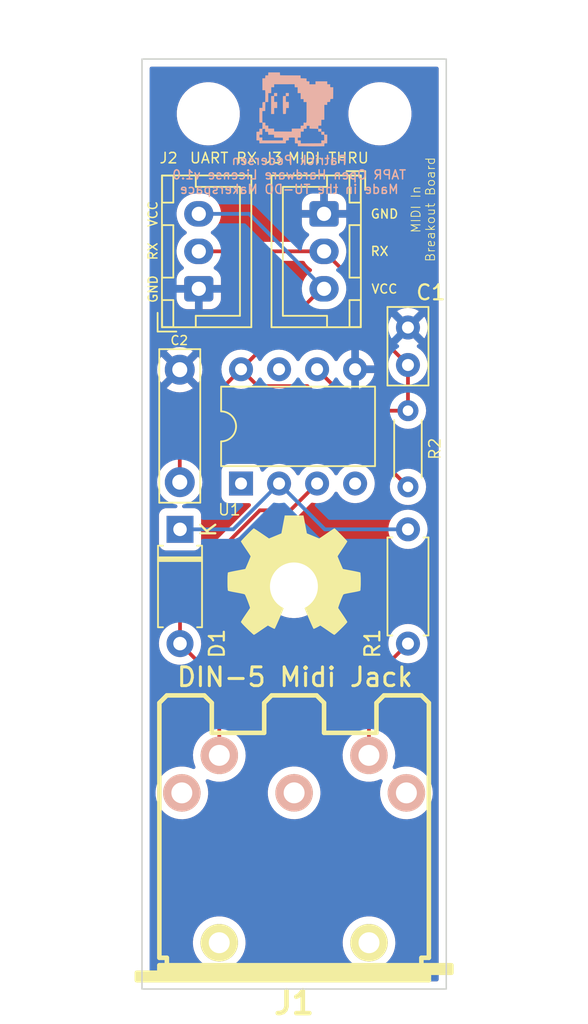
<source format=kicad_pcb>
(kicad_pcb (version 20211014) (generator pcbnew)
  (layers (0 "F.Cu" signal) (31 "B.Cu" signal) (34 "B.Paste" user) (35 "F.Paste" user) (36 "B.SilkS" user "B.Silkscreen") (37 "F.SilkS" user "F.Silkscreen") (38 "B.Mask" user) (39 "F.Mask" user) (44 "Edge.Cuts" user))
  (net 0 "")
  (net 1 "/THRU")
  (net 2 "GND")
  (net 3 "/VCC")
  (net 4 "Net-(D1-Pad1)")
  (net 5 "Net-(D1-Pad2)")
  (net 7 "Net-(J1-Pad4)")
  (footprint "Resistor_THT:R_Axial_DIN0204_L3.6mm_D1.6mm_P5.08mm_Horizontal" (layer "F.Cu") (at 109.203 93.432 -90)
    (fp_text reference "R2" (at 2.54 -1.795 90) (layer "F.SilkS") (effects (font (size 0.75 0.75) (thickness 0.1))))
    (fp_text value "10k")
    (fp_line (start 0.62 0.92) (end 4.46 0.92) (layer "F.SilkS") (width 0.12))
    (fp_line (start 0.62 -0.92) (end 4.46 -0.92) (layer "F.SilkS") (width 0.12))
    (pad "1" thru_hole circle (at 0 0 270) (size 1.4 1.4) (drill 0.7) (layers *.Cu *.Mask) (net 1 "/THRU"))
    (pad "2" thru_hole oval (at 5.08 0 270) (size 1.4 1.4) (drill 0.7) (layers *.Cu *.Mask) (net 3 "/VCC"))
  )
  (footprint "MountingHole:MountingHole_3.2mm_M3" (layer "F.Cu") (at 95.869 73.629549)
    (fp_text reference "REF**" hide)
    (fp_text value "MountingHole_3.2mm_M3")
    (pad "" np_thru_hole circle (at 0 0) (size 3.2 3.2) (drill 3.2) (layers *.Cu *.Mask))
  )
  (footprint "Package_DIP:DIP-8_W7.62mm" (layer "F.Cu") (at 98.054 98.289 90)
    (fp_text reference "U1" (at -1.748 -0.779) (layer "F.SilkS") (effects (font (size 0.75 0.75) (thickness 0.1))))
    (fp_text value "6N137")
    (fp_line (start 1.16 8.95) (end 6.46 8.95) (layer "F.SilkS") (width 0.12))
    (fp_line (start 6.46 -1.33) (end 4.81 -1.33) (layer "F.SilkS") (width 0.12))
    (fp_line (start 6.46 8.95) (end 6.46 -1.33) (layer "F.SilkS") (width 0.12))
    (fp_line (start 1.16 -1.33) (end 1.16 8.95) (layer "F.SilkS") (width 0.12))
    (fp_line (start 2.81 -1.33) (end 1.16 -1.33) (layer "F.SilkS") (width 0.12))
    (fp_arc (start 4.81 -1.33) (mid 3.81 -0.33) (end 2.81 -1.33) (layer "F.SilkS") (width 0.12))
    (pad "1" thru_hole rect (at 0 0 90) (size 1.6 1.6) (drill 0.8) (layers *.Cu *.Mask))
    (pad "2" thru_hole oval (at 0 2.54 90) (size 1.6 1.6) (drill 0.8) (layers *.Cu *.Mask) (net 4 "Net-(D1-Pad1)"))
    (pad "3" thru_hole oval (at 0 5.08 90) (size 1.6 1.6) (drill 0.8) (layers *.Cu *.Mask) (net 5 "Net-(D1-Pad2)"))
    (pad "4" thru_hole oval (at 0 7.62 90) (size 1.6 1.6) (drill 0.8) (layers *.Cu *.Mask))
    (pad "5" thru_hole oval (at 7.62 7.62 90) (size 1.6 1.6) (drill 0.8) (layers *.Cu *.Mask) (net 2 "GND"))
    (pad "6" thru_hole oval (at 7.62 5.08 90) (size 1.6 1.6) (drill 0.8) (layers *.Cu *.Mask) (net 1 "/THRU"))
    (pad "7" thru_hole oval (at 7.62 2.54 90) (size 1.6 1.6) (drill 0.8) (layers *.Cu *.Mask))
    (pad "8" thru_hole oval (at 7.62 0 90) (size 1.6 1.6) (drill 0.8) (layers *.Cu *.Mask) (net 3 "/VCC"))
  )
  (footprint "Connector_JST:JST_XH_B3B-XH-A_1x03_P2.50mm_Vertical" (layer "F.Cu") (at 103.5982 80.304 -90)
    (fp_text reference "J3" (at -3.723 3.3952 180) (layer "F.SilkS") (effects (font (size 0.7 0.7) (thickness 0.1))))
    (fp_text value "MIDI THRU" (at -3.723 -0.2878) (layer "F.SilkS") (effects (font (size 0.7 0.7) (thickness 0.1))))
    (fp_text user "UART RX" (at -3.723 6.723534) (layer "F.SilkS") (effects (font (size 0.7 0.7) (thickness 0.1))))
    (fp_line (start -2.56 3.51) (end 7.56 3.51) (layer "F.SilkS") (width 0.12))
    (fp_line (start 0.75 -2.45) (end 0.75 -1.7) (layer "F.SilkS") (width 0.12))
    (fp_line (start 4.25 -2.45) (end 0.75 -2.45) (layer "F.SilkS") (width 0.12))
    (fp_line (start -2.55 -1.7) (end -0.75 -1.7) (layer "F.SilkS") (width 0.12))
    (fp_line (start 7.56 3.51) (end 7.56 -2.46) (layer "F.SilkS") (width 0.12))
    (fp_line (start -2.56 -2.46) (end -2.56 3.51) (layer "F.SilkS") (width 0.12))
    (fp_line (start 7.55 -0.2) (end 6.8 -0.2) (layer "F.SilkS") (width 0.12))
    (fp_line (start 7.56 -2.46) (end -2.56 -2.46) (layer "F.SilkS") (width 0.12))
    (fp_line (start 6.8 2.75) (end 2.5 2.75) (layer "F.SilkS") (width 0.12))
    (fp_line (start 7.55 -1.7) (end 7.55 -2.45) (layer "F.SilkS") (width 0.12))
    (fp_line (start -1.8 2.75) (end 2.5 2.75) (layer "F.SilkS") (width 0.12))
    (fp_line (start 6.8 -0.2) (end 6.8 2.75) (layer "F.SilkS") (width 0.12))
    (fp_line (start -2.55 -2.45) (end -2.55 -1.7) (layer "F.SilkS") (width 0.12))
    (fp_line (start 7.55 -2.45) (end 5.75 -2.45) (layer "F.SilkS") (width 0.12))
    (fp_line (start -0.75 -1.7) (end -0.75 -2.45) (layer "F.SilkS") (width 0.12))
    (fp_line (start -0.75 -2.45) (end -2.55 -2.45) (layer "F.SilkS") (width 0.12))
    (fp_line (start 4.25 -1.7) (end 4.25 -2.45) (layer "F.SilkS") (width 0.12))
    (fp_line (start -1.8 -0.2) (end -1.8 2.75) (layer "F.SilkS") (width 0.12))
    (fp_line (start -2.55 -0.2) (end -1.8 -0.2) (layer "F.SilkS") (width 0.12))
    (fp_line (start -2.85 -2.75) (end -2.85 -1.5) (layer "F.SilkS") (width 0.12))
    (fp_line (start 5.75 -1.7) (end 7.55 -1.7) (layer "F.SilkS") (width 0.12))
    (fp_line (start 0.75 -1.7) (end 4.25 -1.7) (layer "F.SilkS") (width 0.12))
    (fp_line (start -1.6 -2.75) (end -2.85 -2.75) (layer "F.SilkS") (width 0.12))
    (fp_line (start 5.75 -2.45) (end 5.75 -1.7) (layer "F.SilkS") (width 0.12))
    (pad "1" thru_hole roundrect (at 0 0 270) (size 1.7 1.95) (drill 0.95) (layers *.Cu *.Mask) (roundrect_rratio 0.1470588235) (net 2 "GND"))
    (pad "2" thru_hole oval (at 2.5 0 270) (size 1.7 1.95) (drill 0.95) (layers *.Cu *.Mask) (net 1 "/THRU"))
    (pad "3" thru_hole oval (at 5 0 270) (size 1.7 1.95) (drill 0.95) (layers *.Cu *.Mask) (net 3 "/VCC"))
  )
  (footprint "Resistor_THT:R_Axial_DIN0207_L6.3mm_D2.5mm_P7.62mm_Horizontal" (layer "F.Cu") (at 109.203 108.966 90)
    (fp_text reference "R1" (at 0.000903 -2.37 90) (layer "F.SilkS"))
    (fp_text value "220")
    (fp_line (start 7.08 -1.37) (end 7.08 -1.04) (layer "F.SilkS") (width 0.12))
    (fp_line (start 0.54 -1.37) (end 7.08 -1.37) (layer "F.SilkS") (width 0.12))
    (fp_line (start 0.54 1.04) (end 0.54 1.37) (layer "F.SilkS") (width 0.12))
    (fp_line (start 7.08 1.37) (end 7.08 1.04) (layer "F.SilkS") (width 0.12))
    (fp_line (start 0.54 1.37) (end 7.08 1.37) (layer "F.SilkS") (width 0.12))
    (fp_line (start 0.54 -1.04) (end 0.54 -1.37) (layer "F.SilkS") (width 0.12))
    (pad "1" thru_hole circle (at 0 0 90) (size 1.6 1.6) (drill 0.8) (layers *.Cu *.Mask) (net 7 "Net-(J1-Pad4)"))
    (pad "2" thru_hole oval (at 7.62 0 90) (size 1.6 1.6) (drill 0.8) (layers *.Cu *.Mask) (net 4 "Net-(D1-Pad1)"))
  )
  (footprint "Eurocad:MIDI_DIN5" (layer "F.Cu") (at 101.6 121.92)
    (fp_text reference "J1" (at 0 11.00074) (layer "F.SilkS") (effects (font (size 1.524 1.524) (thickness 0.3048))))
    (fp_text value "DIN-5 Midi Jack" (at 0.0508 -10.7188) (layer "F.SilkS") (effects (font (size 1.25 1.25) (thickness 0.2))))
    (fp_line (start 5.4991 -7.00024) (end 1.99898 -7.00024) (layer "F.SilkS") (width 0.3048))
    (fp_line (start 8.49884 8.49884) (end 8.49884 8.001) (layer "F.SilkS") (width 0.3048))
    (fp_line (start -1.99898 -8.99922) (end -1.99898 -7.00024) (layer "F.SilkS") (width 0.3048))
    (fp_line (start 10.50036 8.49884) (end 10.50036 8.99922) (layer "F.SilkS") (width 0.3048))
    (fp_line (start 8.99922 8.001) (end 8.49884 8.001) (layer "F.SilkS") (width 0.3048))
    (fp_line (start 8.99922 8.99922) (end -8.99922 8.99922) (layer "F.SilkS") (width 0.3048))
    (fp_line (start -1.50114 -9.4996) (end 1.50114 -9.4996) (layer "F.SilkS") (width 0.3048))
    (fp_line (start -8.99922 -8.99922) (end -8.49884 -9.4996) (layer "F.SilkS") (width 0.3048))
    (fp_line (start -8.49884 -9.4996) (end -5.99948 -9.4996) (layer "F.SilkS") (width 0.3048))
    (fp_line (start 8.99922 -8.99922) (end 8.49884 -9.4996) (layer "F.SilkS") (width 0.3048))
    (fp_line (start -1.50114 -9.4996) (end -1.99898 -8.99922) (layer "F.SilkS") (width 0.3048))
    (fp_line (start 8.49884 -9.4996) (end 6.49986 -9.4996) (layer "F.SilkS") (width 0.3048))
    (fp_line (start -5.99948 -9.4996) (end -5.4991 -8.99922) (layer "F.SilkS") (width 0.3048))
    (fp_line (start 8.99922 9.4996) (end -10.50036 9.4996) (layer "F.SilkS") (width 0.3048))
    (fp_line (start -8.99922 8.99922) (end -8.99922 8.49884) (layer "F.SilkS") (width 0.3048))
    (fp_line (start -8.99922 -8.99922) (end -8.99922 8.001) (layer "F.SilkS") (width 0.3048))
    (fp_line (start -10.50036 8.99922) (end -8.99922 8.99922) (layer "F.SilkS") (width 0.3048))
    (fp_line (start -5.4991 -7.00024) (end -1.99898 -7.00024) (layer "F.SilkS") (width 0.3048))
    (fp_line (start 10.50036 8.99922) (end 8.99922 8.99922) (layer "F.SilkS") (width 0.3048))
    (fp_line (start 1.99898 -8.99922) (end 1.99898 -7.00024) (layer "F.SilkS") (width 0.3048))
    (fp_line (start 5.4991 -8.99922) (end 5.4991 -7.00024) (layer "F.SilkS") (width 0.3048))
    (fp_line (start -5.4991 -8.99922) (end -5.4991 -7.00024) (layer "F.SilkS") (width 0.3048))
    (fp_line (start 8.99922 -8.99922) (end 8.99922 8.001) (layer "F.SilkS") (width 0.3048))
    (fp_line (start 8.99922 8.99922) (end 8.99922 9.4996) (layer "F.SilkS") (width 0.3048))
    (fp_line (start 5.99948 -9.4996) (end 5.4991 -8.99922) (layer "F.SilkS") (width 0.3048))
    (fp_line (start -8.49884 8.001) (end -8.49884 8.49884) (layer "F.SilkS") (width 0.3048))
    (fp_line (start -8.99922 8.001) (end -8.49884 8.001) (layer "F.SilkS") (width 0.3048))
    (fp_line (start 6.49986 -9.4996) (end 5.99948 -9.4996) (layer "F.SilkS") (width 0.3048))
    (fp_line (start 1.50114 -9.4996) (end 1.99898 -8.99922) (layer "F.SilkS") (width 0.3048))
    (fp_line (start -10.50036 9.4996) (end -10.50036 8.99922) (layer "F.SilkS") (width 0.3048))
    (fp_line (start -10.50036 9.25068) (end 8.99922 9.25068) (layer "F.SilkS") (width 0.3048))
    (fp_line (start -8.99922 8.7503) (end 10.50036 8.7503) (layer "F.SilkS") (width 0.3048))
    (fp_line (start -8.99922 8.49884) (end 10.50036 8.49884) (layer "F.SilkS") (width 0.3048))
    (pad "" np_thru_hole circle locked (at -5.00126 6.9977) (size 2.49936 2.49936) (drill 1.397) (layers *.Cu *.Mask "F.SilkS"))
    (pad "" np_thru_hole circle locked (at 5.00126 6.9977) (size 2.49936 2.49936) (drill 1.397) (layers *.Cu *.Mask "F.SilkS"))
    (pad "1" thru_hole circle locked (at 7.49808 -2.9972) (size 2.49936 2.49936) (drill 1.397) (layers *.Cu *.SilkS *.Mask))
    (pad "2" thru_hole circle locked (at 0 -2.99974) (size 2.49936 2.49936) (drill 1.397) (layers *.Cu *.SilkS *.Mask))
    (pad "3" thru_hole circle locked (at -7.49808 -2.9972) (size 2.49936 2.49936) (drill 1.397) (layers *.Cu *.SilkS *.Mask))
    (pad "4" thru_hole circle locked (at 4.99618 -5.4991) (size 2.49936 2.49936) (drill 1.397) (layers *.Cu *.SilkS *.Mask) (net 7 "Net-(J1-Pad4)"))
    (pad "5" thru_hole circle locked (at -4.99618 -5.4991) (size 2.49936 2.49936) (drill 1.397) (layers *.Cu *.SilkS *.Mask) (net 5 "Net-(D1-Pad2)"))
  )
  (footprint "Connector_JST:JST_XH_B3B-XH-A_1x03_P2.50mm_Vertical" (layer "F.Cu") (at 95.233 85.304 90)
    (fp_text reference "J2" (at 8.723 -2.015 180) (layer "F.SilkS") (effects (font (size 0.7 0.7) (thickness 0.1))))
    (fp_text value "TO MCU")
    (fp_line (start 5.75 -2.45) (end 5.75 -1.7) (layer "F.SilkS") (width 0.12))
    (fp_line (start -2.55 -1.7) (end -0.75 -1.7) (layer "F.SilkS") (width 0.12))
    (fp_line (start -2.55 -0.2) (end -1.8 -0.2) (layer "F.SilkS") (width 0.12))
    (fp_line (start -1.8 -0.2) (end -1.8 2.75) (layer "F.SilkS") (width 0.12))
    (fp_line (start -2.55 -2.45) (end -2.55 -1.7) (layer "F.SilkS") (width 0.12))
    (fp_line (start 7.55 -2.45) (end 5.75 -2.45) (layer "F.SilkS") (width 0.12))
    (fp_line (start 4.25 -1.7) (end 4.25 -2.45) (layer "F.SilkS") (width 0.12))
    (fp_line (start -0.75 -1.7) (end -0.75 -2.45) (layer "F.SilkS") (width 0.12))
    (fp_line (start 7.55 -0.2) (end 6.8 -0.2) (layer "F.SilkS") (width 0.12))
    (fp_line (start 7.55 -1.7) (end 7.55 -2.45) (layer "F.SilkS") (width 0.12))
    (fp_line (start 6.8 2.75) (end 2.5 2.75) (layer "F.SilkS") (width 0.12))
    (fp_line (start -0.75 -2.45) (end -2.55 -2.45) (layer "F.SilkS") (width 0.12))
    (fp_line (start -2.56 3.51) (end 7.56 3.51) (layer "F.SilkS") (width 0.12))
    (fp_line (start -2.56 -2.46) (end -2.56 3.51) (layer "F.SilkS") (width 0.12))
    (fp_line (start -1.6 -2.75) (end -2.85 -2.75) (layer "F.SilkS") (width 0.12))
    (fp_line (start 7.56 3.51) (end 7.56 -2.46) (layer "F.SilkS") (width 0.12))
    (fp_line (start 7.56 -2.46) (end -2.56 -2.46) (layer "F.SilkS") (width 0.12))
    (fp_line (start 0.75 -2.45) (end 0.75 -1.7) (layer "F.SilkS") (width 0.12))
    (fp_line (start 4.25 -2.45) (end 0.75 -2.45) (layer "F.SilkS") (width 0.12))
    (fp_line (start 6.8 -0.2) (end 6.8 2.75) (layer "F.SilkS") (width 0.12))
    (fp_line (start -2.85 -2.75) (end -2.85 -1.5) (layer "F.SilkS") (width 0.12))
    (fp_line (start 5.75 -1.7) (end 7.55 -1.7) (layer "F.SilkS") (width 0.12))
    (fp_line (start 0.75 -1.7) (end 4.25 -1.7) (layer "F.SilkS") (width 0.12))
    (fp_line (start -1.8 2.75) (end 2.5 2.75) (layer "F.SilkS") (width 0.12))
    (pad "1" thru_hole roundrect (at 0 0 90) (size 1.7 1.95) (drill 0.95) (layers *.Cu *.Mask) (roundrect_rratio 0.1470588235) (net 2 "GND"))
    (pad "2" thru_hole oval (at 2.5 0 90) (size 1.7 1.95) (drill 0.95) (layers *.Cu *.Mask) (net 1 "/THRU"))
    (pad "3" thru_hole oval (at 5 0 90) (size 1.7 1.95) (drill 0.95) (layers *.Cu *.Mask) (net 3 "/VCC"))
  )
  (footprint "Capacitor_THT:C_Rect_L10.0mm_W2.5mm_P7.50mm_MKS4" (layer "F.Cu") (at 93.963 98.198 90)
    (fp_text reference "C2" (at 9.4504 -0.0338 180) (layer "F.SilkS") (effects (font (size 0.6 0.6) (thickness 0.1))))
    (fp_text value "0.1uF")
    (fp_line (start -1.37 -1.37) (end 8.87 -1.37) (layer "F.SilkS") (width 0.12))
    (fp_line (start -1.37 -1.37) (end -1.37 1.37) (layer "F.SilkS") (width 0.12))
    (fp_line (start 8.87 -1.37) (end 8.87 1.37) (layer "F.SilkS") (width 0.12))
    (fp_line (start -1.37 1.37) (end 8.87 1.37) (layer "F.SilkS") (width 0.12))
    (pad "1" thru_hole circle (at 0 0 90) (size 2 2) (drill 1) (layers *.Cu *.Mask) (net 3 "/VCC"))
    (pad "2" thru_hole circle (at 7.5 0 90) (size 2 2) (drill 1) (layers *.Cu *.Mask) (net 2 "GND"))
  )
  (footprint "MountingHole:MountingHole_3.2mm_M3" (layer "F.Cu") (at 107.331 73.629549)
    (fp_text reference "REF**" hide)
    (fp_text value "MountingHole_3.2mm_M3")
    (pad "" np_thru_hole circle (at 0 0) (size 3.2 3.2) (drill 3.2) (layers *.Cu *.Mask))
  )
  (footprint "Diode_THT:D_A-405_P7.62mm_Horizontal" (layer "F.Cu") (at 93.98 101.346 -90)
    (fp_text reference "D1" (at 7.619097 -2.47 90) (layer "F.SilkS"))
    (fp_text value "1N4148/1N400x")
    (fp_text user "K" (at 0 -1.9 90) (layer "F.SilkS"))
    (fp_line (start 6.53 1.47) (end 6.53 1.14) (layer "F.SilkS") (width 0.12))
    (fp_line (start 1.09 -1.47) (end 6.53 -1.47) (layer "F.SilkS") (width 0.12))
    (fp_line (start 1.09 -1.14) (end 1.09 -1.47) (layer "F.SilkS") (width 0.12))
    (fp_line (start 1.87 -1.47) (end 1.87 1.47) (layer "F.SilkS") (width 0.12))
    (fp_line (start 2.11 -1.47) (end 2.11 1.47) (layer "F.SilkS") (width 0.12))
    (fp_line (start 1.99 -1.47) (end 1.99 1.47) (layer "F.SilkS") (width 0.12))
    (fp_line (start 1.09 1.47) (end 6.53 1.47) (layer "F.SilkS") (width 0.12))
    (fp_line (start 1.09 1.14) (end 1.09 1.47) (layer "F.SilkS") (width 0.12))
    (fp_line (start 6.53 -1.47) (end 6.53 -1.14) (layer "F.SilkS") (width 0.12))
    (pad "1" thru_hole rect (at 0 0 270) (size 1.8 1.8) (drill 0.9) (layers *.Cu *.Mask) (net 4 "Net-(D1-Pad1)"))
    (pad "2" thru_hole oval (at 7.62 0 270) (size 1.8 1.8) (drill 0.9) (layers *.Cu *.Mask) (net 5 "Net-(D1-Pad2)"))
  )
  (footprint "MountingHole:MountingHole_3.2mm_M3" (layer "F.Cu") (at 101.587026 105.156)
    (fp_text reference "REF**" hide)
    (fp_text value "MountingHole_3.2mm_M3")
    (pad "" np_thru_hole circle (at 0 0) (size 3.2 3.2) (drill 3.2) (layers *.Cu *.Mask))
  )
  (footprint "Capacitor_THT:C_Disc_D5.0mm_W2.5mm_P2.50mm" (layer "F.Cu") (at 109.203 90.384 90)
    (fp_text reference "C1" (at 4.8368 1.529372 180) (layer "F.SilkS"))
    (fp_text value "15pF")
    (fp_line (start -1.37 1.37) (end 3.87 1.37) (layer "F.SilkS") (width 0.12))
    (fp_line (start -1.37 -1.37) (end -1.37 1.37) (layer "F.SilkS") (width 0.12))
    (fp_line (start -1.37 -1.37) (end 3.87 -1.37) (layer "F.SilkS") (width 0.12))
    (fp_line (start 3.87 -1.37) (end 3.87 1.37) (layer "F.SilkS") (width 0.12))
    (pad "1" thru_hole circle (at 0 0 90) (size 1.6 1.6) (drill 0.8) (layers *.Cu *.Mask) (net 1 "/THRU"))
    (pad "2" thru_hole circle (at 2.5 0 90) (size 1.6 1.6) (drill 0.8) (layers *.Cu *.Mask) (net 2 "GND"))
  )
  (footprint "Symbol:OSHW-Symbol_8.9x8mm_SilkScreen" (layer "F.Cu") (at 101.587574 104.4194)
    (fp_text reference "REF**" hide)
    (fp_text value "OSHW-Symbol_8.9x8mm_SilkScreen" hide)
    (fp_poly (pts (xy 0.746536 -3.399573) (xy 0.859118 -2.802382) (xy 1.274531 -2.631135) (xy 1.689945 -2.459888) (xy 2.188302 -2.798767) (xy 2.327869 -2.893123) (xy 2.454029 -2.97737) (xy 2.560896 -3.047662) (xy 2.642583 -3.100153) (xy 2.693202 -3.130996) (xy 2.706987 -3.137647) (xy 2.731821 -3.120542) (xy 2.784889 -3.073256) (xy 2.860241 -3.001828) (xy 2.95193 -2.9123) (xy 3.054008 -2.810711) (xy 3.160527 -2.703102) (xy 3.265537 -2.595513) (xy 3.363092 -2.493985) (xy 3.447243 -2.404559) (xy 3.512041 -2.333274) (xy 3.551538 -2.286172) (xy 3.560981 -2.270408) (xy 3.547392 -2.241347) (xy 3.509294 -2.177679) (xy 3.450694 -2.085633) (xy 3.375598 -1.971436) (xy 3.288009 -1.841316) (xy 3.237255 -1.767099) (xy 3.144746 -1.631578) (xy 3.062541 -1.509284) (xy 2.994631 -1.406305) (xy 2.945001 -1.328727) (xy 2.917641 -1.282639) (xy 2.91353 -1.272953) (xy 2.92285 -1.245426) (xy 2.948255 -1.181272) (xy 2.985912 -1.08951) (xy 3.031987 -0.979161) (xy 3.082647 -0.859245) (xy 3.13406 -0.738781) (xy 3.18239 -0.626791) (xy 3.223807 -0.532293) (xy 3.254475 -0.464308) (xy 3.270562 -0.431857) (xy 3.271512 -0.43058) (xy 3.296773 -0.424383) (xy 3.364046 -0.41056) (xy 3.466361 -0.390468) (xy 3.596742 -0.365466) (xy 3.748217 -0.336914) (xy 3.836594 -0.320449) (xy 3.998453 -0.289631) (xy 4.14465 -0.260306) (xy 4.267788 -0.234079) (xy 4.36047 -0.212554) (xy 4.415302 -0.197335) (xy 4.426324 -0.192507) (xy 4.437119 -0.159826) (xy 4.44583 -0.086015) (xy 4.452461 0.020292) (xy 4.457019 0.150467) (xy 4.45951 0.295876) (xy 4.459939 0.44789) (xy 4.458312 0.597877) (xy 4.454636 0.737206) (xy 4.448916 0.857245) (xy 4.441158 0.949365) (xy 4.431369 1.004932) (xy 4.425497 1.0165) (xy 4.3904 1.030365) (xy 4.316029 1.050188) (xy 4.212224 1.073639) (xy 4.08882 1.098391) (xy 4.045742 1.106398) (xy 3.838048 1.144441) (xy 3.673985 1.175079) (xy 3.548131 1.199529) (xy 3.455066 1.219009) (xy 3.389368 1.234736) (xy 3.345618 1.247928) (xy 3.318393 1.259804) (xy 3.302273 1.27158) (xy 3.300018 1.273908) (xy 3.277504 1.3114) (xy 3.243159 1.384365) (xy 3.200412 1.483867) (xy 3.152693 1.600973) (xy 3.103431 1.726748) (xy 3.056056 1.852257) (xy 3.013996 1.968565) (xy 2.980681 2.066739) (xy 2.959542 2.137843) (xy 2.954006 2.172942) (xy 2.954467 2.174172) (xy 2.973224 2.202861) (xy 3.015777 2.265985) (xy 3.077654 2.356973) (xy 3.154383 2.469255) (xy 3.241492 2.59626) (xy 3.266299 2.632353) (xy 3.354753 2.763203) (xy 3.432589 2.882591) (xy 3.495567 2.983662) (xy 3.539446 3.059559) (xy 3.559986 3.103427) (xy 3.560981 3.108817) (xy 3.543723 3.137144) (xy 3.496036 3.193261) (xy 3.424051 3.271137) (xy 3.333898 3.36474) (xy 3.231706 3.468041) (xy 3.123606 3.575006) (xy 3.015729 3.679606) (xy 2.914205 3.775809) (xy 2.825163 3.857584) (xy 2.754734 3.9189) (xy 2.709048 3.953726) (xy 2.69641 3.959412) (xy 2.666992 3.94602) (xy 2.606762 3.909899) (xy 2.52553 3.857136) (xy 2.463031 3.814667) (xy 2.349786 3.73674) (xy 2.215675 3.644984) (xy 2.081156 3.553375) (xy 2.008834 3.504346) (xy 1.764039 3.33877) (xy 1.558551 3.449875) (xy 1.464937 3.498548) (xy 1.385331 3.536381) (xy 1.331468 3.557958) (xy 1.317758 3.560961) (xy 1.301271 3.538793) (xy 1.268746 3.476149) (xy 1.222609 3.378809) (xy 1.165291 3.252549) (xy 1.099217 3.10315) (xy 1.026816 2.936388) (xy 0.950517 2.758042) (xy 0.872747 2.573891) (xy 0.795935 2.389712) (xy 0.722507 2.211285) (xy 0.654893 2.044387) (xy 0.595521 1.894797) (xy 0.546817 1.768293) (xy 0.511211 1.670654) (xy 0.491131 1.607657) (xy 0.487901 1.586021) (xy 0.513497 1.558424) (xy 0.569539 1.513625) (xy 0.644312 1.460934) (xy 0.650588 1.456765) (xy 0.843846 1.302069) (xy 0.999675 1.121591) (xy 1.116725 0.921102) (xy 1.193646 0.706374) (xy 1.229087 0.483177) (xy 1.221698 0.257281) (xy 1.170128 0.034459) (xy 1.073027 -0.179521) (xy 1.044459 -0.226336) (xy 0.895869 -0.415382) (xy 0.720328 -0.567188) (xy 0.523911 -0.680966) (xy 0.312694 -0.755925) (xy 0.092754 -0.791278) (xy -0.129836 -0.786233) (xy -0.348998 -0.740001) (xy -0.558657 -0.651794) (xy -0.752738 -0.520821) (xy -0.812773 -0.467663) (xy -0.965564 -0.301261) (xy -1.076902 -0.126088) (xy -1.153276 0.070266) (xy -1.195812 0.264717) (xy -1.206313 0.483342) (xy -1.171299 0.703052) (xy -1.094326 0.91642) (xy -0.978952 1.116022) (xy -0.828734 1.294429) (xy -0.647226 1.444217) (xy -0.623372 1.460006) (xy -0.547798 1.511712) (xy -0.490348 1.556512) (xy -0.462882 1.585117) (xy -0.462482 1.586021) (xy -0.468379 1.616964) (xy -0.491754 1.687191) (xy -0.530178 1.790925) (xy -0.581222 1.92239) (xy -0.642457 2.075807) (xy -0.711455 2.245401) (xy -0.785786 2.425393) (xy -0.863021 2.610008) (xy -0.940731 2.793468) (xy -1.016488 2.969996) (xy -1.087862 3.133814) (xy -1.152425 3.279147) (xy -1.207747 3.400217) (xy -1.251399 3.491247) (xy -1.280953 3.54646) (xy -1.292855 3.560961) (xy -1.329222 3.549669) (xy -1.397269 3.519385) (xy -1.485263 3.47552) (xy -1.533649 3.449875) (xy -1.739136 3.33877) (xy -1.983931 3.504346) (xy -2.108893 3.58917) (xy -2.245704 3.682516) (xy -2.373911 3.770408) (xy -2.438128 3.814667) (xy -2.528448 3.875318) (xy -2.604928 3.923381) (xy -2.657592 3.95277) (xy -2.674697 3.958982) (xy -2.699594 3.942223) (xy -2.754694 3.895436) (xy -2.834656 3.82348) (xy -2.934139 3.731212) (xy -3.047799 3.62349) (xy -3.119684 3.554326) (xy -3.245448 3.430757) (xy -3.354136 3.320234) (xy -3.441354 3.227485) (xy -3.50271 3.157237) (xy -3.533808 3.11422) (xy -3.536791 3.10549) (xy -3.522946 3.072284) (xy -3.484687 3.005142) (xy -3.426258 2.910863) (xy -3.351902 2.796245) (xy -3.265864 2.668083) (xy -3.241397 2.632353) (xy -3.152245 2.502489) (xy -3.072261 2.385569) (xy -3.005919 2.288162) (xy -2.957688 2.216839) (xy -2.932042 2.17817) (xy -2.929564 2.174172) (xy -2.93327 2.143355) (xy -2.952938 2.075599) (xy -2.985139 1.979839) (xy -3.026444 1.865009) (xy -3.073424 1.740044) (xy -3.12265 1.613879) (xy -3.170691 1.495448) (xy -3.214118 1.393685) (xy -3.249503 1.317526) (xy -3.273415 1.275904) (xy -3.275115 1.273908) (xy -3.289737 1.262013) (xy -3.314434 1.25025) (xy -3.354627 1.237401) (xy -3.415736 1.222249) (xy -3.503182 1.203576) (xy -3.622387 1.180165) (xy -3.778772 1.150797) (xy -3.977756 1.114255) (xy -4.020839 1.106398) (xy -4.148529 1.081727) (xy -4.259846 1.057593) (xy -4.344954 1.036324) (xy -4.394016 1.020248) (xy -4.400594 1.0165) (xy -4.411435 0.983273) (xy -4.420246 0.909021) (xy -4.427023 0.802376) (xy -4.431759 0.671967) (xy -4.434449 0.526427) (xy -4.435086 0.374386) (xy -4.433665 0.224476) (xy -4.430179 0.085328) (xy -4.424623 -0.034428) (xy -4.416991 -0.126159) (xy -4.407277 -0.181234) (xy -4.401421 -0.192507) (xy -4.368819 -0.203877) (xy -4.294581 -0.222376) (xy -4.186103 -0.246398) (xy -4.050782 -0.274338) (xy -3.896014 -0.304592) (xy -3.811692 -0.320449) (xy -3.651703 -0.350356) (xy -3.509032 -0.37745) (xy -3.390651 -0.400369) (xy -3.303534 -0.417757) (xy -3.254654 -0.428253) (xy -3.246609 -0.43058) (xy -3.233012 -0.456814) (xy -3.20427 -0.520005) (xy -3.164214 -0.611123) (xy -3.116675 -0.721143) (xy -3.065484 -0.841035) (xy -3.014473 -0.961773) (xy -2.967473 -1.074329) (xy -2.928315 -1.169674) (xy -2.90083 -1.238783) (xy -2.88885 -1.272626) (xy -2.888627 -1.274105) (xy -2.902208 -1.300803) (xy -2.940284 -1.36224) (xy -2.998852 -1.452311) (xy -3.073911 -1.56491) (xy -3.161459 -1.69393) (xy -3.212352 -1.768039) (xy -3.30509 -1.903923) (xy -3.387458 -2.027291) (xy -3.455438 -2.131903) (xy -3.505011 -2.211517) (xy -3.532157 -2.259893) (xy -3.536078 -2.270738) (xy -3.519224 -2.29598) (xy -3.472631 -2.349876) (xy -3.402251 -2.426387) (xy -3.314034 -2.519477) (xy -3.213934 -2.623105) (xy -3.107901 -2.731236) (xy -3.001888 -2.83783) (xy -2.901847 -2.93685) (xy -2.813729 -3.022258) (xy -2.743486 -3.088015) (xy -2.697071 -3.128084) (xy -2.681543 -3.137647) (xy -2.65626 -3.1242) (xy -2.595788 -3.086425) (xy -2.506007 -3.028165) (xy -2.392796 -2.953266) (xy -2.262036 -2.865575) (xy -2.1634 -2.798767) (xy -1.665042 -2.459888) (xy -1.249629 -2.631135) (xy -0.834215 -2.802382) (xy -0.721633 -3.399573) (xy -0.60905 -3.996765) (xy 0.633953 -3.996765) (xy 0.746536 -3.399573)) (layer "F.SilkS") (width 0.01) (fill solid))
  )
  (gr_poly (pts (xy 101.046144 72.447066) (xy 101.244581 72.447066) (xy 101.244581 72.248629) (xy 101.046144 72.248629)) (layer "B.SilkS") (width 0.01) (fill solid))
  (gr_poly (pts (xy 100.067186 73.637691) (xy 100.265623 73.637691) (xy 100.265623 73.240816) (xy 100.464061 73.240816) (xy 100.464061 72.843941) (xy 100.265623 72.843941) (xy 100.265623 72.447066) (xy 100.067186 72.447066)) (layer "B.SilkS") (width 0.01) (fill solid))
  (gr_poly (pts (xy 99.880326 70.90587) (xy 99.879423 70.9208) (xy 99.878188 70.937) (xy 99.876782 70.952519) (xy 99.875367 70.965402) (xy 99.874668 70.971527) (xy 99.873952 70.978807) (xy 99.872546 70.995747) (xy 99.87131 71.01405) (xy 99.870407 71.031548) (xy 99.868752 71.071235) (xy 99.683544 71.071235) (xy 99.681889 71.110922) (xy 99.681489 71.119165) (xy 99.680986 71.127376) (xy 99.680399 71.13534) (xy 99.67975 71.142838) (xy 99.679058 71.149654) (xy 99.678344 71.155571) (xy 99.677627 71.160372) (xy 99.676929 71.163839) (xy 99.676583 71.165427) (xy 99.676231 71.167441) (xy 99.675514 71.172629) (xy 99.6748 71.179158) (xy 99.674108 71.186783) (xy 99.673458 71.195261) (xy 99.672872 71.204348) (xy 99.672369 71.213799) (xy 99.671969 71.22337) (xy 99.670314 71.269672) (xy 99.485106 71.269672) (xy 99.485106 72.050192) (xy 99.667649 72.050192) (xy 99.673692 72.113031) (xy 99.674853 72.132472) (xy 99.675834 72.163788) (xy 99.677198 72.255534) (xy 99.677669 72.375248) (xy 99.677137 72.509906) (xy 99.674537 72.843942) (xy 99.86875 72.843942) (xy 99.86875 72.24863) (xy 100.067187 72.24863) (xy 100.067187 71.851755) (xy 100.265625 71.851755) (xy 100.265625 71.657435) (xy 100.950234 71.65653) (xy 101.634843 71.655625) (xy 101.641458 71.756999) (xy 101.648072 71.858373) (xy 101.743984 71.857923) (xy 101.839895 71.857473) (xy 101.839895 72.248652) (xy 102.038331 72.248652) (xy 102.038331 72.645527) (xy 102.236769 72.645527) (xy 102.236769 72.843964) (xy 102.435206 72.843964) (xy 102.435206 73.530338) (xy 102.435247 73.96848) (xy 102.432414 74.094164) (xy 102.429444 74.138435) (xy 102.425117 74.172147) (xy 102.419193 74.196663) (xy 102.411433 74.213349) (xy 102.401595 74.223569) (xy 102.389439 74.228688) (xy 102.374726 74.230072) (xy 102.357215 74.229085) (xy 102.312836 74.225457) (xy 102.236769 74.222477) (xy 102.236769 74.320355) (xy 102.236507 74.34048) (xy 102.235753 74.359118) (xy 102.234555 74.375917) (xy 102.232959 74.39052) (xy 102.231012 74.402573) (xy 102.229922 74.407533) (xy 102.228762 74.411722) (xy 102.227537 74.415097) (xy 102.226255 74.417612) (xy 102.22492 74.419224) (xy 102.224235 74.419677) (xy 102.223539 74.419888) (xy 102.219194 74.420254) (xy 102.211879 74.420661) (xy 102.189908 74.421542) (xy 102.160776 74.422422) (xy 102.127628 74.423193) (xy 102.044946 74.424847) (xy 102.041064 74.520507) (xy 102.037182 74.616167) (xy 101.449633 74.623286) (xy 101.445833 74.722505) (xy 101.442032 74.821724) (xy 100.854402 74.818149) (xy 100.266771 74.814574) (xy 100.262891 74.718929) (xy 100.259011 74.623286) (xy 100.173021 74.621626) (xy 99.977891 74.61832) (xy 99.86875 74.61667) (xy 99.86875 74.418233) (xy 99.676008 74.418233) (xy 99.676458 74.322322) (xy 99.676909 74.226411) (xy 99.57769 74.219796) (xy 99.478471 74.213181) (xy 99.478471 73.44589) (xy 99.574382 73.442005) (xy 99.670294 73.43812) (xy 99.671949 73.233648) (xy 99.673588 73.063008) (xy 99.675204 72.939878) (xy 99.676809 72.850581) (xy 99.612484 72.849401) (xy 99.568076 72.848447) (xy 99.550371 72.84848) (xy 99.542546 72.848778) (xy 99.535369 72.849323) (xy 99.528812 72.850157) (xy 99.522847 72.851326) (xy 99.517446 72.852873) (xy 99.512582 72.854842) (xy 99.508226 72.857278) (xy 99.504351 72.860223) (xy 99.50093 72.863722) (xy 99.497933 72.867819) (xy 99.495334 72.872558) (xy 99.493104 72.877983) (xy 99.491215 72.884137) (xy 99.489641 72.891066) (xy 99.488352 72.898812) (xy 99.487322 72.90742) (xy 99.485924 72.927396) (xy 99.485224 72.951346) (xy 99.485 72.979623) (xy 99.485088 73.050559) (xy 99.485088 73.240839) (xy 99.28665 73.240839) (xy 99.28665 74.219798) (xy 99.485088 74.219798) (xy 99.485088 74.629902) (xy 99.287809 74.629902) (xy 99.28004 74.821725) (xy 99.184128 74.82561) (xy 99.088217 74.829494) (xy 99.088217 75.39719) (xy 99.167591 75.398845) (xy 99.199716 75.399618) (xy 99.228508 75.4005) (xy 99.250819 75.401382) (xy 99.263503 75.402155) (xy 99.264535 75.402349) (xy 99.265542 75.402723) (xy 99.266522 75.403278) (xy 99.267476 75.404013) (xy 99.268403 75.40493) (xy 99.269305 75.406028) (xy 99.270181 75.407308) (xy 99.271031 75.408771) (xy 99.271856 75.410417) (xy 99.272655 75.412246) (xy 99.273428 75.414258) (xy 99.274176 75.416455) (xy 99.274898 75.418837) (xy 99.275595 75.421403) (xy 99.276268 75.424155) (xy 99.276915 75.427093) (xy 99.278134 75.433528) (xy 99.279253 75.440711) (xy 99.280274 75.448647) (xy 99.281198 75.457337) (xy 99.282024 75.466786) (xy 99.282753 75.476997) (xy 99.283387 75.487974) (xy 99.283926 75.499719) (xy 99.287811 75.595631) (xy 99.621268 75.597226) (xy 100.156467 75.598604) (xy 100.724745 75.597076) (xy 101.044972 75.595621) (xy 101.048859 75.499709) (xy 101.050032 75.476987) (xy 101.051588 75.457327) (xy 101.053532 75.440701) (xy 101.054652 75.433518) (xy 101.055871 75.427083) (xy 101.05719 75.421394) (xy 101.05861 75.416446) (xy 101.060131 75.412236) (xy 101.060984 75.41041) (xy 100.854919 75.41041) (xy 99.469999 75.41041) (xy 99.472409 75.380644) (xy 99.47239 75.380634) (xy 99.472844 75.373237) (xy 99.47321 75.363597) (xy 99.473484 75.352119) (xy 99.473662 75.339211) (xy 99.473714 75.310732) (xy 99.473336 75.281416) (xy 99.471871 75.211962) (xy 99.375959 75.211968) (xy 99.280048 75.211974) (xy 99.282448 75.122671) (xy 99.284411 75.056367) (xy 99.285758 75.022361) (xy 99.285926 75.021803) (xy 99.286331 75.021263) (xy 99.286968 75.020741) (xy 99.287831 75.02024) (xy 99.288913 75.019757) (xy 99.29021 75.019296) (xy 99.293419 75.018434) (xy 99.297412 75.017658) (xy 99.30214 75.016971) (xy 99.307555 75.016376) (xy 99.313609 75.015878) (xy 99.320254 75.015478) (xy 99.327443 75.015181) (xy 99.335126 75.014991) (xy 99.343258 75.014909) (xy 99.351788 75.014941) (xy 99.36067 75.015089) (xy 99.369855 75.015356) (xy 99.379297 75.015746) (xy 99.47193 75.020142) (xy 99.473555 74.911001) (xy 99.476835 74.719178) (xy 99.47849 74.636495) (xy 99.670313 74.628725) (xy 99.670313 74.830097) (xy 99.766224 74.826933) (xy 99.862136 74.823768) (xy 99.86875 74.921958) (xy 99.875365 75.020148) (xy 100.259011 75.020148) (xy 100.262891 75.115808) (xy 100.266771 75.211468) (xy 100.854319 75.218587) (xy 100.854619 75.314498) (xy 100.854919 75.41041) (xy 101.060984 75.41041) (xy 101.061754 75.408761) (xy 101.06348 75.406018) (xy 101.06531 75.404003) (xy 101.067244 75.402713) (xy 101.069283 75.402145) (xy 101.074224 75.401778) (xy 101.081967 75.401371) (xy 101.104278 75.40049) (xy 101.133069 75.399608) (xy 101.165194 75.398835) (xy 101.244569 75.39718) (xy 101.244569 75.211971) (xy 101.314022 75.210151) (xy 101.407916 75.208007) (xy 101.483387 75.207098) (xy 101.542253 75.207559) (xy 101.586332 75.209524) (xy 101.603394 75.211113) (xy 101.617441 75.213128) (xy 101.628701 75.215587) (xy 101.6374 75.218506) (xy 101.643766 75.221902) (xy 101.648025 75.225792) (xy 101.650407 75.230193) (xy 101.651136 75.235121) (xy 101.651604 75.300849) (xy 101.65286 75.426365) (xy 101.654673 75.594457) (xy 101.750584 75.598342) (xy 101.846496 75.602227) (xy 101.85427 75.79405) (xy 102.181112 75.79565) (xy 102.719621 75.798955) (xy 102.969008 75.799117) (xy 103.271364 75.797134) (xy 103.271376 75.797131) (xy 103.611452 75.7936) (xy 103.615334 75.697912) (xy 103.616506 75.67525) (xy 103.618061 75.655638) (xy 103.620005 75.639051) (xy 103.621125 75.631883) (xy 103.622344 75.625462) (xy 103.623663 75.619784) (xy 103.625082 75.614846) (xy 103.626603 75.610644) (xy 103.628226 75.607176) (xy 103.629952 75.604437) (xy 103.631781 75.602425) (xy 103.633715 75.601137) (xy 103.635753 75.600569) (xy 103.640628 75.600203) (xy 103.64818 75.599796) (xy 103.669792 75.598914) (xy 103.697548 75.598032) (xy 103.728409 75.59726) (xy 103.804529 75.595605) (xy 103.808981 75.311178) (xy 103.813433 75.026751) (xy 103.762626 75.025336) (xy 103.723232 75.023702) (xy 103.682297 75.021156) (xy 103.6465 75.018176) (xy 103.632617 75.016674) (xy 103.622523 75.015245) (xy 103.622015 75.015036) (xy 103.621512 75.01459) (xy 103.621017 75.013912) (xy 103.62053 75.01301) (xy 103.619581 75.010554) (xy 103.618671 75.00727) (xy 103.617804 75.003208) (xy 103.616986 74.998414) (xy 103.616221 74.992938) (xy 103.615516 74.986828) (xy 103.614874 74.980132) (xy 103.614302 74.972898) (xy 103.613803 74.965176) (xy 103.613384 74.957013) (xy 103.613049 74.948457) (xy 103.612804 74.939557) (xy 103.612653 74.930362) (xy 103.612601 74.92092) (xy 103.612601 74.828316) (xy 103.413005 74.828316) (xy 103.416892 74.924227) (xy 103.420779 75.020139) (xy 103.605987 75.020139) (xy 103.609648 75.215269) (xy 103.613309 75.410399) (xy 103.414975 75.410399) (xy 103.417767 75.50631) (xy 103.420559 75.602222) (xy 102.729445 75.605647) (xy 102.038331 75.609071) (xy 102.038331 75.410398) (xy 101.839894 75.410398) (xy 101.839894 75.211961) (xy 102.038331 75.211961) (xy 102.038331 74.813059) (xy 102.081326 74.815414) (xy 102.091098 74.81586) (xy 102.102411 74.816223) (xy 102.128036 74.816683) (xy 102.154967 74.816763) (xy 102.179965 74.816429) (xy 102.235609 74.815089) (xy 102.239497 74.719179) (xy 102.243384 74.623267) (xy 102.322759 74.621382) (xy 102.383675 74.619634) (xy 102.405986 74.618777) (xy 102.41867 74.618077) (xy 102.419737 74.617901) (xy 102.420765 74.617557) (xy 102.421754 74.617045) (xy 102.422706 74.616361) (xy 102.42362 74.615505) (xy 102.424497 74.614475) (xy 102.425337 74.613268) (xy 102.42614 74.611883) (xy 102.426907 74.610318) (xy 102.427638 74.608572) (xy 102.428333 74.606642) (xy 102.428992 74.604526) (xy 102.429616 74.602224) (xy 102.430206 74.599733) (xy 102.430761 74.59705) (xy 102.431282 74.594176) (xy 102.431768 74.591107) (xy 102.432222 74.587842) (xy 102.433028 74.580716) (xy 102.433704 74.572784) (xy 102.434252 74.564031) (xy 102.434673 74.554443) (xy 102.434971 74.544006) (xy 102.435148 74.532704) (xy 102.435207 74.520524) (xy 102.435207 74.424393) (xy 102.635218 74.424393) (xy 102.632312 74.513996) (xy 102.631839 74.5321) (xy 102.631612 74.54919) (xy 102.63162 74.564878) (xy 102.631854 74.578776) (xy 102.632302 74.590495) (xy 102.632954 74.599647) (xy 102.633801 74.605843) (xy 102.634295 74.607711) (xy 102.634832 74.608695) (xy 102.65286 74.610711) (xy 102.698925 74.613425) (xy 102.847212 74.619877) (xy 103.023784 74.625901) (xy 103.172732 74.629351) (xy 103.215727 74.629886) (xy 103.215727 74.720285) (xy 103.215838 74.738557) (xy 103.216157 74.755821) (xy 103.216662 74.771682) (xy 103.21733 74.785749) (xy 103.218138 74.797627) (xy 103.219064 74.806923) (xy 103.220087 74.813244) (xy 103.220627 74.815166) (xy 103.221183 74.816196) (xy 103.221585 74.816473) (xy 103.222225 74.816735) (xy 103.224193 74.817213) (xy 103.227035 74.817632) (xy 103.2307 74.817989) (xy 103.235138 74.818285) (xy 103.240298 74.818519) (xy 103.252579 74.818798) (xy 103.267137 74.818822) (xy 103.283565 74.818586) (xy 103.301455 74.818086) (xy 103.320402 74.817316) (xy 103.414164 74.812921) (xy 103.414164 74.629884) (xy 103.215727 74.629884) (xy 103.215727 74.418217) (xy 103.414164 74.418217) (xy 103.414164 74.021342) (xy 103.612602 74.021342) (xy 103.612602 73.029155) (xy 103.811039 73.029155) (xy 103.811039 72.843946) (xy 103.863956 72.842291) (xy 103.885547 72.841388) (xy 103.905215 72.840152) (xy 103.913649 72.83946) (xy 103.92079 72.838746) (xy 103.926364 72.83803) (xy 103.930102 72.837331) (xy 103.933392 72.836633) (xy 103.937684 72.835916) (xy 103.942796 72.835202) (xy 103.948548 72.83451) (xy 103.954757 72.833861) (xy 103.961243 72.833274) (xy 103.967824 72.832771) (xy 103.974319 72.832372) (xy 103.979442 72.832013) (xy 103.98178 72.831761) (xy 103.983978 72.831444) (xy 103.986038 72.831047) (xy 103.987967 72.830559) (xy 103.989768 72.829964) (xy 103.991448 72.82925) (xy 103.993012 72.828404) (xy 103.994463 72.827412) (xy 103.995808 72.826261) (xy 103.997051 72.824938) (xy 103.998196 72.823429) (xy 103.99925 72.82172) (xy 104.000218 72.8198) (xy 104.001103 72.817653) (xy 104.001911 72.815268) (xy 104.002647 72.81263) (xy 104.003316 72.809726) (xy 104.003924 72.806543) (xy 104.004474 72.803068) (xy 104.004972 72.799287) (xy 104.005423 72.795187) (xy 104.005832 72.790754) (xy 104.006544 72.780839) (xy 104.007148 72.769434) (xy 104.007682 72.756432) (xy 104.008188 72.741727) (xy 104.00958 72.7069) (xy 104.011241 72.677859) (xy 104.012108 72.666456) (xy 104.012963 72.657638) (xy 104.013781 72.651782) (xy 104.014169 72.650084) (xy 104.014537 72.649269) (xy 104.015276 72.648745) (xy 104.016456 72.648198) (xy 104.020054 72.647048) (xy 104.025168 72.645838) (xy 104.031632 72.644586) (xy 104.047961 72.642032) (xy 104.06773 72.639538) (xy 104.089629 72.637253) (xy 104.112346 72.635328) (xy 104.134573 72.633913) (xy 104.154998 72.633158) (xy 104.2013 72.632248) (xy 104.205492 72.248617) (xy 104.209684 71.864986) (xy 104.01296 71.864986) (xy 104.00567 71.810628) (xy 104.004354 71.798794) (xy 104.003413 71.785983) (xy 104.002848 71.772603) (xy 104.002659 71.75906) (xy 104.002845 71.745763) (xy 104.003407 71.733118) (xy 104.004345 71.721531) (xy 104.005659 71.71141) (xy 104.012939 71.666548) (xy 103.811039 71.666548) (xy 103.80919 71.616939) (xy 103.80888 71.605961) (xy 103.808708 71.593762) (xy 103.808761 71.567329) (xy 103.809314 71.540897) (xy 103.809765 71.528698) (xy 103.810328 71.51772) (xy 103.813315 71.468111) (xy 103.030519 71.468111) (xy 103.030519 71.666548) (xy 102.620415 71.666548) (xy 102.620415 71.468111) (xy 102.528702 71.468111) (xy 102.510003 71.468013) (xy 102.493531 71.467618) (xy 102.479156 71.466774) (xy 102.472715 71.466136) (xy 102.466748 71.465328) (xy 102.461241 71.464331) (xy 102.456177 71.463127) (xy 102.451539 71.461696) (xy 102.447311 71.460019) (xy 102.443477 71.458077) (xy 102.44002 71.455851) (xy 102.436924 71.453322) (xy 102.434174 71.450471) (xy 102.431751 71.44728) (xy 102.429641 71.443727) (xy 102.427827 71.439796) (xy 102.426292 71.435466) (xy 102.425021 71.430719) (xy 102.423996 71.425535) (xy 102.423202 71.419896) (xy 102.422622 71.413782) (xy 102.42204 71.400055) (xy 102.422119 71.3842) (xy 102.422729 71.366066) (xy 102.423739 71.3455) (xy 102.427437 71.276288) (xy 102.229577 71.269673) (xy 102.031717 71.263058) (xy 102.030172 71.170454) (xy 102.028627 71.07785) (xy 101.342255 71.071235) (xy 100.655884 71.06462) (xy 100.651999 70.968709) (xy 100.648114 70.872797) (xy 99.881981 70.872797)) (layer "B.SilkS") (width 0.01) (fill solid))
  (gr_poly (pts (xy 100.934923 72.447269) (xy 100.917528 72.447849) (xy 100.901737 72.448767) (xy 100.887933 72.449981) (xy 100.876498 72.451451) (xy 100.871789 72.452269) (xy 100.867816 72.453136) (xy 100.864626 72.454046) (xy 100.862268 72.454995) (xy 100.860789 72.455978) (xy 100.860394 72.45648) (xy 100.860238 72.456989) (xy 100.856586 72.521717) (xy 100.853749 72.599476) (xy 100.851739 72.688442) (xy 100.850569 72.786789) (xy 100.850805 73.004332) (xy 100.854563 73.237509) (xy 100.863975 73.637691) (xy 100.955059 73.637691) (xy 100.973592 73.637426) (xy 100.990852 73.636662) (xy 101.006484 73.635451) (xy 101.020133 73.633844) (xy 101.026103 73.632907) (xy 101.031444 73.63189) (xy 101.036112 73.6308) (xy 101.040062 73.629642) (xy 101.04325 73.628423) (xy 101.045632 73.627149) (xy 101.047162 73.625827) (xy 101.047595 73.625149) (xy 101.047798 73.624462) (xy 101.047797 73.624462) (xy 101.049022 73.609994) (xy 101.050385 73.585959) (xy 101.053262 73.516748) (xy 101.055886 73.43194) (xy 101.057719 73.34665) (xy 101.059373 73.240816) (xy 101.244581 73.240816) (xy 101.244581 72.843941) (xy 101.046144 72.843941) (xy 101.046144 72.447066) (xy 100.95354 72.447066)) (layer "B.SilkS") (width 0.01) (fill solid))
  (gr_poly (pts (xy 100.265623 72.447066) (xy 100.464061 72.447066) (xy 100.464061 72.248629) (xy 100.265623 72.248629)) (layer "B.SilkS") (width 0.01) (fill solid))
  (gr_rect (start 111.76 132.0038) (end 91.44 69.977) (layer "Edge.Cuts") (width 0.1) (fill none))
  (gr_text "Patrick Pedersen\nTAPR Open Hardware License v1.0\nMade in the TU-DO Makerspace" (at 101.2698 77.6986) (layer "B.SilkS") (effects (font (size 0.6 0.6) (thickness 0.1)) (justify mirror)))
  (gr_text "RX" (at 107.306606 82.800478) (layer "F.SilkS") (effects (font (size 0.6 0.6) (thickness 0.1))))
  (gr_text "RX" (at 92.167724 82.804 90) (layer "F.SilkS") (effects (font (size 0.6 0.6) (thickness 0.1))))
  (gr_text "GND" (at 107.635177 80.311278) (layer "F.SilkS") (effects (font (size 0.6 0.6) (thickness 0.1))))
  (gr_text "VCC" (at 107.630288 85.315078) (layer "F.SilkS") (effects (font (size 0.6 0.6) (thickness 0.1))))
  (gr_text "VCC" (at 92.167724 80.3148 90) (layer "F.SilkS") (effects (font (size 0.6 0.6) (thickness 0.1))))
  (gr_text "GND" (at 92.1766 85.3186 90) (layer "F.SilkS") (effects (font (size 0.6 0.6) (thickness 0.1))))
  (gr_text "MIDI In\nBreakout Board" (at 110.218952 80.01 90) (layer "F.SilkS") (effects (font (size 0.6 0.6) (thickness 0.06))))
  (segment (start 105.897 93.432) (end 109.203 93.432) (width 0.25) (layer "F.Cu") (net 1))
  (segment (start 107.1372 88.3182) (end 107.1372 86.343) (width 0.25) (layer "F.Cu") (net 1))
  (segment (start 109.203 93.432) (end 109.203 90.384) (width 0.25) (layer "F.Cu") (net 1))
  (segment (start 109.203 90.384) (end 107.1372 88.3182) (width 0.25) (layer "F.Cu") (net 1))
  (segment (start 107.1372 86.343) (end 103.5982 82.804) (width 0.25) (layer "F.Cu") (net 1))
  (segment (start 95.233 82.804) (end 103.5982 82.804) (width 0.25) (layer "F.Cu") (net 1))
  (segment (start 103.134 90.669) (end 105.897 93.432) (width 0.25) (layer "F.Cu") (net 1))
  (segment (start 98.054 90.669) (end 99.179 91.794) (width 0.25) (layer "F.Cu") (net 3))
  (segment (start 103.419 85.304) (end 103.5982 85.304) (width 0.25) (layer "F.Cu") (net 3))
  (segment (start 93.963 94.76) (end 98.054 90.669) (width 0.25) (layer "F.Cu") (net 3))
  (segment (start 102.485 91.794) (end 109.203 98.512) (width 0.25) (layer "F.Cu") (net 3))
  (segment (start 99.179 91.794) (end 102.485 91.794) (width 0.25) (layer "F.Cu") (net 3))
  (segment (start 98.054 90.669) (end 103.419 85.304) (width 0.25) (layer "F.Cu") (net 3))
  (segment (start 93.963 98.198) (end 93.963 94.76) (width 0.25) (layer "F.Cu") (net 3))
  (segment (start 98.5982 80.304) (end 103.5982 85.304) (width 0.25) (layer "B.Cu") (net 3))
  (segment (start 95.233 80.304) (end 98.5982 80.304) (width 0.25) (layer "B.Cu") (net 3))
  (segment (start 93.98 101.346) (end 97.537 101.346) (width 0.25) (layer "B.Cu") (net 4))
  (segment (start 103.651 101.346) (end 100.594 98.289) (width 0.25) (layer "B.Cu") (net 4))
  (segment (start 109.203 101.346) (end 103.651 101.346) (width 0.25) (layer "B.Cu") (net 4))
  (segment (start 97.537 101.346) (end 100.594 98.289) (width 0.25) (layer "B.Cu") (net 4))
  (segment (start 101.347 100.076) (end 99.314 100.076) (width 0.25) (layer "F.Cu") (net 5))
  (segment (start 103.134 98.289) (end 101.347 100.076) (width 0.25) (layer "F.Cu") (net 5))
  (segment (start 93.98 108.966) (end 96.60382 111.58982) (width 0.25) (layer "F.Cu") (net 5))
  (segment (start 96.60382 111.58982) (end 96.60382 116.4209) (width 0.25) (layer "F.Cu") (net 5))
  (segment (start 93.98 105.41) (end 93.98 108.966) (width 0.25) (layer "F.Cu") (net 5))
  (segment (start 99.314 100.076) (end 93.98 105.41) (width 0.25) (layer "F.Cu") (net 5))
  (segment (start 106.59618 111.57282) (end 109.203 108.966) (width 0.25) (layer "F.Cu") (net 7))
  (segment (start 106.59618 116.4209) (end 106.59618 111.57282) (width 0.25) (layer "F.Cu") (net 7))
  (zone (net 2) (net_name "GND") (layer "F.Cu") (connect_pads (clearance 0.508)) (min_thickness 0.254) (fill yes (thermal_gap 0.508) (thermal_bridge_width 0.508))
    (polygon (pts (xy 113.03 132.588) (xy 90.17 132.588) (xy 90.17 67.31) (xy 113.03 67.31)))
  )
  (zone (net 2) (net_name "GND") (layer "B.Cu") (connect_pads (clearance 0.508)) (min_thickness 0.254) (fill yes (thermal_gap 0.508) (thermal_bridge_width 0.508))
    (polygon (pts (xy 114.3 133.35) (xy 88.9 133.35) (xy 88.9 66.04) (xy 114.3 66.04)))
  )
)
</source>
